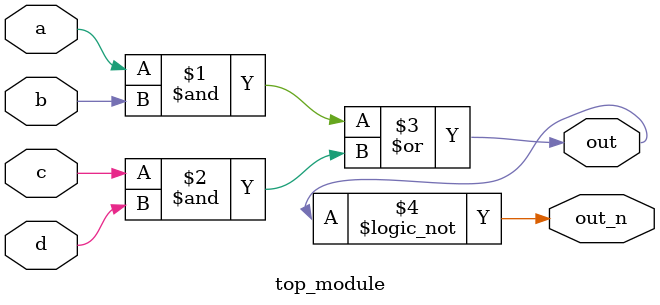
<source format=v>
`default_nettype none
module top_module(
    input a,
    input b,
    input c,
    input d,
    output out,
    output out_n   ); 
    assign out = ((a&b)|(c&d));
    assign out_n = !out;
endmodule

</source>
